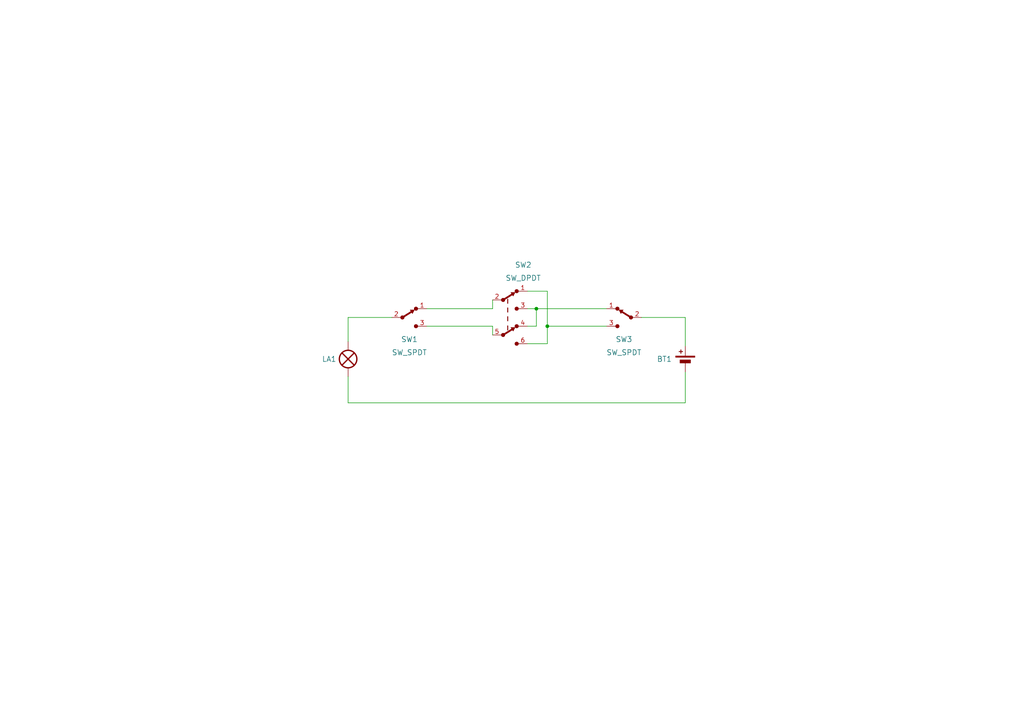
<source format=kicad_sch>
(kicad_sch (version 20211123) (generator eeschema)
  (paper "A4")
  (lib_symbols
    (symbol "*Custom_Generic:Battery_Cell" (pin_numbers hide) (pin_names (offset 0) hide)
      (property "Reference" "BT" (at 3.175 2.54 0))
      (property "Value" "Battery_Cell" (at 3.175 0 0))
      (symbol "Battery_Cell_0_1"
        (rectangle (start -2.794 2.159) (end 2.794 1.778) (fill (type outline)))
        (rectangle (start -1.524 1.016) (end 1.524 0.127) (fill (type outline)))
        (polyline (pts (xy -1.778 3.429) (xy -0.762 3.429)) (stroke (width 0.254)))
        (polyline (pts (xy -1.27 3.937) (xy -1.27 2.921)) (stroke (width 0.254)))
        (polyline (pts (xy 0 0.762) (xy 0 0)))
        (polyline (pts (xy 0 1.778) (xy 0 2.54)))
      )
      (symbol "Battery_Cell_1_1"
        (pin power_out line (at 0 5.08 270) (length 2.54) (name "+") (number "1"))
        (pin power_out line (at 0 -2.54 90) (length 2.54) (name "-") (number "2"))
      )
    )
    (symbol "*Custom_Generic:Lamp" (pin_numbers hide) (pin_names (offset 0.0254) hide)
      (property "Reference" "LA" (at 0.635 3.81 0))
      (property "Value" "Lamp" (at 0.635 -3.81 0))
      (symbol "Lamp_0_1"
        (polyline (pts (xy -1.778 1.778) (xy 1.778 -1.778)) (stroke (width 0.381)))
        (polyline (pts (xy 1.778 1.778) (xy -1.778 -1.778)) (stroke (width 0.381)))
        (circle (center 0 0) (radius 2.54) (stroke (width 0.381)))
      )
      (symbol "Lamp_1_1"
        (pin passive line (at 0 -5.08 90) (length 2.54) (name "-") (number "1"))
        (pin passive line (at 0 5.08 270) (length 2.54) (name "+") (number "2"))
      )
    )
    (symbol "*Custom_Generic:SW_DPDT" (pin_names (offset 0) hide)
      (property "Reference" "SW" (at 8.509 -2.413 0))
      (property "Value" "SW_DPDT" (at 11.938 -6.096 0))
      (symbol "SW_DPDT_0_0"
        (circle (center -2.032 -10.16) (radius 0.508) (fill (type outline)))
        (circle (center -2.032 0) (radius 0.508) (fill (type outline)))
        (rectangle (start -0.762 -7.493) (end -0.635 -8.763) (fill (type outline)))
        (rectangle (start -0.762 -4.826) (end -0.635 -6.096) (fill (type outline)))
        (rectangle (start -0.762 -2.286) (end -0.635 -3.556) (fill (type outline)))
        (rectangle (start -0.762 0.254) (end -0.635 -1.016) (fill (type outline)))
        (polyline (pts (xy -2.032 -10.16) (xy 1.016 -8.255)) (stroke (width 0.508)))
        (polyline (pts (xy -2.032 0) (xy 1.016 1.905)) (stroke (width 0.508)))
        (polyline (pts (xy 0.254 -8.001) (xy 1.397 -8.001) (xy 0.889 -9.017) (xy 0.254 -8.001)) (fill (type outline)))
        (polyline (pts (xy 0.254 2.159) (xy 1.397 2.159) (xy 0.889 1.143) (xy 0.254 2.159)) (fill (type outline)))
        (circle (center 1.905 -12.7) (radius 0.508) (fill (type outline)))
        (circle (center 1.905 -2.54) (radius 0.508) (fill (type outline)))
      )
      (symbol "SW_DPDT_0_1"
        (circle (center 1.905 -7.62) (radius 0.508) (fill (type outline)))
        (circle (center 1.905 2.54) (radius 0.508) (fill (type outline)))
      )
      (symbol "SW_DPDT_1_1"
        (pin passive line (at 5.08 2.54 180) (length 2.794) (name "A1") (number "1"))
        (pin passive line (at -5.08 0 0) (length 2.54) (name "B1") (number "2"))
        (pin passive line (at 5.08 -2.54 180) (length 2.794) (name "C1") (number "3"))
        (pin passive line (at 5.08 -7.62 180) (length 2.794) (name "A2") (number "4"))
        (pin passive line (at -5.08 -10.16 0) (length 2.54) (name "B2") (number "5"))
        (pin passive line (at 5.08 -12.7 180) (length 2.794) (name "C2") (number "6"))
      )
    )
    (symbol "*Custom_Generic:SW_SPDT" (pin_names (offset 0) hide)
      (property "Reference" "SW" (at 7.874 1.651 0))
      (property "Value" "SW_SPDT" (at 11.303 -2.032 0))
      (symbol "SW_SPDT_0_0"
        (circle (center -2.032 0) (radius 0.508) (fill (type outline)))
        (polyline (pts (xy -2.032 0) (xy 1.016 1.905)) (stroke (width 0.508)))
        (polyline (pts (xy 0.254 2.159) (xy 1.397 2.159) (xy 0.889 1.143) (xy 0.254 2.159)) (fill (type outline)))
        (circle (center 1.905 -2.54) (radius 0.508) (fill (type outline)))
      )
      (symbol "SW_SPDT_0_1"
        (circle (center 1.905 2.54) (radius 0.508) (fill (type outline)))
      )
      (symbol "SW_SPDT_1_1"
        (pin passive line (at 5.08 2.54 180) (length 2.794) (name "A1") (number "1"))
        (pin passive line (at -5.08 0 0) (length 2.54) (name "B1") (number "2"))
        (pin passive line (at 5.08 -2.54 180) (length 2.794) (name "C1") (number "3"))
      )
    )
  )
  (junction (at 158.75 94.615))
  (junction (at 155.575 89.535))
  (wire (pts (xy 100.965 92.075) (xy 100.965 99.06)))
  (wire (pts (xy 100.965 116.84) (xy 198.755 116.84)))
  (wire (pts (xy 198.755 116.84) (xy 198.755 107.95)))
  (wire (pts (xy 158.75 99.695) (xy 153.035 99.695)))
  (wire (pts (xy 155.575 94.615) (xy 153.035 94.615)))
  (wire (pts (xy 158.75 94.615) (xy 175.895 94.615)))
  (wire (pts (xy 142.875 86.995) (xy 142.875 89.535)))
  (wire (pts (xy 158.75 94.615) (xy 158.75 99.695)))
  (wire (pts (xy 186.055 92.075) (xy 198.755 92.075)))
  (wire (pts (xy 142.875 94.615) (xy 142.875 97.155)))
  (wire (pts (xy 100.965 109.22) (xy 100.965 116.84)))
  (wire (pts (xy 158.75 84.455) (xy 158.75 94.615)))
  (wire (pts (xy 155.575 89.535) (xy 155.575 94.615)))
  (wire (pts (xy 123.825 94.615) (xy 142.875 94.615)))
  (wire (pts (xy 153.035 89.535) (xy 155.575 89.535)))
  (wire (pts (xy 153.035 84.455) (xy 158.75 84.455)))
  (wire (pts (xy 175.895 89.535) (xy 155.575 89.535)))
  (wire (pts (xy 198.755 92.075) (xy 198.755 100.33)))
  (wire (pts (xy 123.825 89.535) (xy 142.875 89.535)))
  (wire (pts (xy 113.665 92.075) (xy 100.965 92.075)))
  (symbol (lib_id "*Custom_Generic:Battery_Cell") (at 198.755 105.41 0) (unit 1)
    (property "Reference" "BT1" (at 190.5 104.14 0) (effects (font (size 1.524 1.524)) (justify left)))
    (property "Value" "Battery_Cell" (effects hide))
  )
  (symbol (lib_id "*Custom_Generic:SW_SPDT") (at 180.975 92.075 0) (mirror y) (unit 1)
    (property "Reference" "SW3" (at 180.975 98.425 0) (effects (font (size 1.524 1.524))))
    (property "Value" "SW_SPDT" (at 180.975 102.235 0) (effects (font (size 1.524 1.524))))
  )
  (symbol (lib_id "*Custom_Generic:SW_DPDT") (at 147.955 86.995 0) (unit 1)
    (property "Reference" "SW2" (at 151.765 76.835 0) (effects (font (size 1.524 1.524))))
    (property "Value" "SW_DPDT" (at 151.765 80.645 0) (effects (font (size 1.524 1.524))))
  )
  (symbol (lib_id "*Custom_Generic:Lamp") (at 100.965 104.14 0) (unit 1)
    (property "Reference" "LA1" (at 93.345 104.14 0) (effects (font (size 1.524 1.524)) (justify left)))
    (property "Value" "Lamp" (effects hide))
  )
  (symbol (lib_id "*Custom_Generic:SW_SPDT") (at 118.745 92.075 0) (unit 1)
    (property "Reference" "SW1" (at 118.745 98.425 0) (effects (font (size 1.524 1.524))))
    (property "Value" "SW_SPDT" (at 118.745 102.235 0) (effects (font (size 1.524 1.524))))
  )
)
</source>
